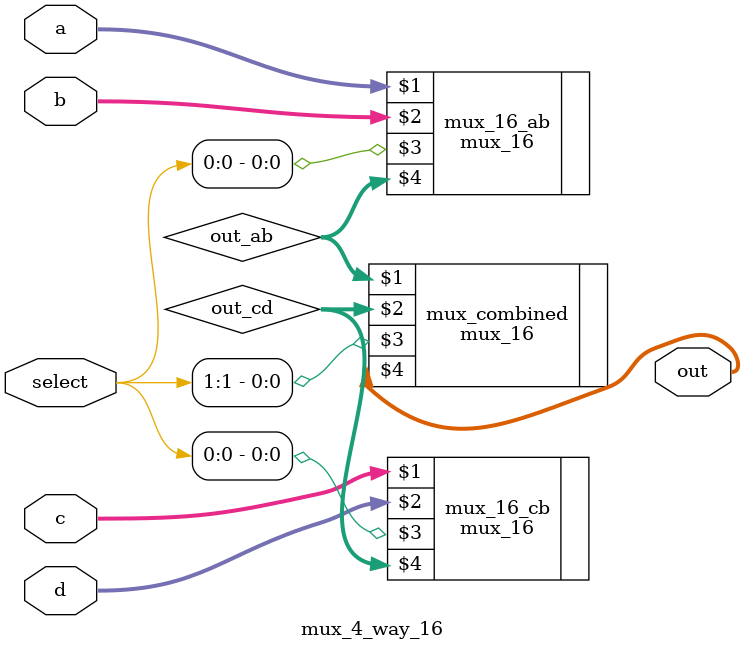
<source format=sv>
module mux_4_way_16(
    input  [15:0] a,
    input  [15:0] b,
    input  [15:0] c,
    input  [15:0] d,
    input  [1:0]  select,
    output [15:0] out
);
    wire[15:0] out_ab;
    wire[15:0] out_cd;

    mux_16 mux_16_ab(a,b,select[0], out_ab);
    mux_16 mux_16_cb(c,d,select[0], out_cd);
    mux_16 mux_combined(out_ab, out_cd, select[1], out);
endmodule

</source>
